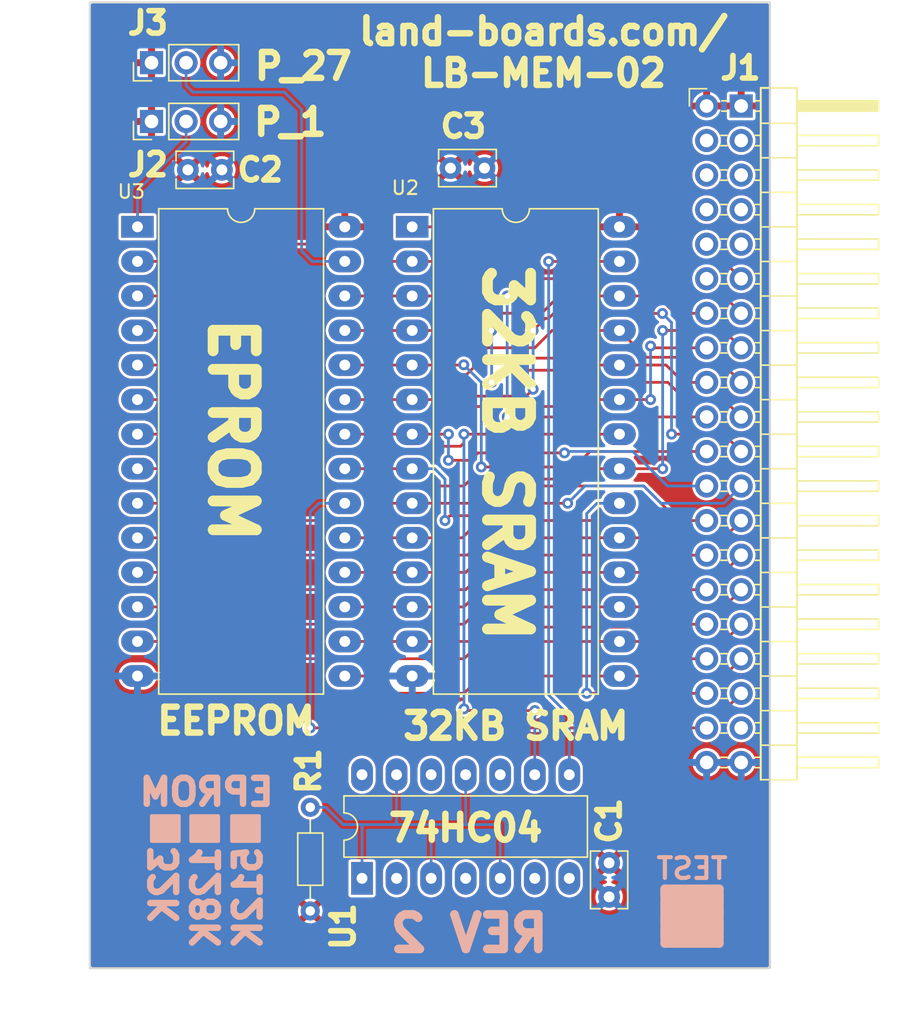
<source format=kicad_pcb>
(kicad_pcb (version 20221018) (generator pcbnew)
  (title_block (title "LB-MEM-02") (date "2022-10-06") (rev "2") (company "land-boards.com"))
  (layers (0 "F.Cu" signal) (31 "B.Cu" signal) (34 "B.Paste" user) (35 "F.Paste" user) (36 "B.SilkS" user "B.Silkscreen") (37 "F.SilkS" user "F.Silkscreen") (38 "B.Mask" user) (39 "F.Mask" user) (44 "Edge.Cuts" user))
  (net 0 "")
  (net 1 "GND")
  (net 2 "/CPUA11")
  (net 3 "/CPUA12")
  (net 4 "/CPUA13")
  (net 5 "/CPUA14")
  (net 6 "/CPUA15")
  (net 7 "/CPUD4")
  (net 8 "/CPUD3")
  (net 9 "/CPUD5")
  (net 10 "/CPUD6")
  (net 11 "/CPUA0")
  (net 12 "/CPUA1")
  (net 13 "/CPUD2")
  (net 14 "/CPUA2")
  (net 15 "/CPUD7")
  (net 16 "/CPUA3")
  (net 17 "/CPUD0")
  (net 18 "/CPUA4")
  (net 19 "/CPUD1")
  (net 20 "/CPUA5")
  (net 21 "/CPUA6")
  (net 22 "/CPUA7")
  (net 23 "/CPUA8")
  (net 24 "/CPUA9")
  (net 25 "/CPUA10")
  (net 26 "/CPUA18")
  (net 27 "/CPUA16")
  (net 28 "/CPUA17")
  (net 29 "/~{MEMRD}")
  (net 30 "/~{MEMWR}")
  (net 31 "/CPUA22")
  (net 32 "/CPUA23")
  (net 33 "/CPUA20")
  (net 34 "/CPUA21")
  (net 35 "/CPUA19")
  (net 36 "VCC")
  (net 37 "/~{IOCS}")
  (net 38 "/~{RAMCS}")
  (net 39 "/~{ROMCS}")
  (net 40 "/EE_PIN27")
  (net 41 "/EE_PIN1")
  (net 42 "Net-(R1-Pad2)")
  (footprint "Package_DIP:DIP-28_W15.24mm_LongPads" (layer "F.Cu") (at 155.702 63.5)
    (fp_text reference "U2" (at -0.508 -2.8702) (layer "F.SilkS"))
    (fp_text value "HM62256BLP")
    (pad "1" thru_hole rect (at 0 0) (size 2.4 1.6) (drill 0.8) (layers "*.Cu" "*.Mask") (net 5 "/CPUA14"))
    (pad "2" thru_hole oval (at 0 2.54) (size 2.4 1.6) (drill 0.8) (layers "*.Cu" "*.Mask") (net 3 "/CPUA12"))
    (pad "3" thru_hole oval (at 0 5.08) (size 2.4 1.6) (drill 0.8) (layers "*.Cu" "*.Mask") (net 22 "/CPUA7"))
    (pad "4" thru_hole oval (at 0 7.62) (size 2.4 1.6) (drill 0.8) (layers "*.Cu" "*.Mask") (net 21 "/CPUA6"))
    (pad "5" thru_hole oval (at 0 10.16) (size 2.4 1.6) (drill 0.8) (layers "*.Cu" "*.Mask") (net 20 "/CPUA5"))
    (pad "6" thru_hole oval (at 0 12.7) (size 2.4 1.6) (drill 0.8) (layers "*.Cu" "*.Mask") (net 18 "/CPUA4"))
    (pad "7" thru_hole oval (at 0 15.24) (size 2.4 1.6) (drill 0.8) (layers "*.Cu" "*.Mask") (net 16 "/CPUA3"))
    (pad "8" thru_hole oval (at 0 17.78) (size 2.4 1.6) (drill 0.8) (layers "*.Cu" "*.Mask") (net 14 "/CPUA2"))
    (pad "9" thru_hole oval (at 0 20.32) (size 2.4 1.6) (drill 0.8) (layers "*.Cu" "*.Mask") (net 12 "/CPUA1"))
    (pad "10" thru_hole oval (at 0 22.86) (size 2.4 1.6) (drill 0.8) (layers "*.Cu" "*.Mask") (net 11 "/CPUA0"))
    (pad "11" thru_hole oval (at 0 25.4) (size 2.4 1.6) (drill 0.8) (layers "*.Cu" "*.Mask") (net 17 "/CPUD0"))
    (pad "12" thru_hole oval (at 0 27.94) (size 2.4 1.6) (drill 0.8) (layers "*.Cu" "*.Mask") (net 19 "/CPUD1"))
    (pad "13" thru_hole oval (at 0 30.48) (size 2.4 1.6) (drill 0.8) (layers "*.Cu" "*.Mask") (net 13 "/CPUD2"))
    (pad "14" thru_hole oval (at 0 33.02) (size 2.4 1.6) (drill 0.8) (layers "*.Cu" "*.Mask") (net 1 "GND"))
    (pad "15" thru_hole oval (at 15.24 33.02) (size 2.4 1.6) (drill 0.8) (layers "*.Cu" "*.Mask") (net 8 "/CPUD3"))
    (pad "16" thru_hole oval (at 15.24 30.48) (size 2.4 1.6) (drill 0.8) (layers "*.Cu" "*.Mask") (net 7 "/CPUD4"))
    (pad "17" thru_hole oval (at 15.24 27.94) (size 2.4 1.6) (drill 0.8) (layers "*.Cu" "*.Mask") (net 9 "/CPUD5"))
    (pad "18" thru_hole oval (at 15.24 25.4) (size 2.4 1.6) (drill 0.8) (layers "*.Cu" "*.Mask") (net 10 "/CPUD6"))
    (pad "19" thru_hole oval (at 15.24 22.86) (size 2.4 1.6) (drill 0.8) (layers "*.Cu" "*.Mask") (net 15 "/CPUD7"))
    (pad "20" thru_hole oval (at 15.24 20.32) (size 2.4 1.6) (drill 0.8) (layers "*.Cu" "*.Mask") (net 38 "/~{RAMCS}"))
    (pad "21" thru_hole oval (at 15.24 17.78) (size 2.4 1.6) (drill 0.8) (layers "*.Cu" "*.Mask") (net 25 "/CPUA10"))
    (pad "22" thru_hole oval (at 15.24 15.24) (size 2.4 1.6) (drill 0.8) (layers "*.Cu" "*.Mask") (net 29 "/~{MEMRD}"))
    (pad "23" thru_hole oval (at 15.24 12.7) (size 2.4 1.6) (drill 0.8) (layers "*.Cu" "*.Mask") (net 2 "/CPUA11"))
    (pad "24" thru_hole oval (at 15.24 10.16) (size 2.4 1.6) (drill 0.8) (layers "*.Cu" "*.Mask") (net 24 "/CPUA9"))
    (pad "25" thru_hole oval (at 15.24 7.62) (size 2.4 1.6) (drill 0.8) (layers "*.Cu" "*.Mask") (net 23 "/CPUA8"))
    (pad "26" thru_hole oval (at 15.24 5.08) (size 2.4 1.6) (drill 0.8) (layers "*.Cu" "*.Mask") (net 4 "/CPUA13"))
    (pad "27" thru_hole oval (at 15.24 2.54) (size 2.4 1.6) (drill 0.8) (layers "*.Cu" "*.Mask") (net 30 "/~{MEMWR}"))
    (pad "28" thru_hole oval (at 15.24 0) (size 2.4 1.6) (drill 0.8) (layers "*.Cu" "*.Mask") (net 36 "VCC"))
  )
  (footprint "LandBoards_Conns:PinHeader_2x20_P2.54mm_Horizontal-FLIPPED" (layer "F.Cu") (at 177.35 54.615)
    (fp_text reference "J1" (at 2.482 -2.799) (layer "F.SilkS") (effects (font (size 1.651 1.651) (thickness 1.651))))
    (fp_text value "Conn_02x20_Odd_Even")
    (pad "1" thru_hole rect (at 2.54 0) (size 1.7 1.7) (drill 1) (layers "*.Cu" "*.Mask") (net 36 "VCC"))
    (pad "2" thru_hole oval (at 0 0) (size 1.7 1.7) (drill 1) (layers "*.Cu" "*.Mask") (net 36 "VCC"))
    (pad "3" thru_hole oval (at 2.54 2.54) (size 1.7 1.7) (drill 1) (layers "*.Cu" "*.Mask") (net 31 "/CPUA22"))
    (pad "4" thru_hole oval (at 0 2.54) (size 1.7 1.7) (drill 1) (layers "*.Cu" "*.Mask") (net 32 "/CPUA23"))
    (pad "5" thru_hole oval (at 2.54 5.08) (size 1.7 1.7) (drill 1) (layers "*.Cu" "*.Mask") (net 33 "/CPUA20"))
    (pad "6" thru_hole oval (at 0 5.08) (size 1.7 1.7) (drill 1) (layers "*.Cu" "*.Mask") (net 34 "/CPUA21"))
    (pad "7" thru_hole oval (at 2.54 7.62) (size 1.7 1.7) (drill 1) (layers "*.Cu" "*.Mask") (net 26 "/CPUA18"))
    (pad "8" thru_hole oval (at 0 7.62) (size 1.7 1.7) (drill 1) (layers "*.Cu" "*.Mask") (net 35 "/CPUA19"))
    (pad "9" thru_hole oval (at 2.54 10.16) (size 1.7 1.7) (drill 1) (layers "*.Cu" "*.Mask") (net 27 "/CPUA16"))
    (pad "10" thru_hole oval (at 0 10.16) (size 1.7 1.7) (drill 1) (layers "*.Cu" "*.Mask") (net 28 "/CPUA17"))
    (pad "11" thru_hole oval (at 2.54 12.7) (size 1.7 1.7) (drill 1) (layers "*.Cu" "*.Mask") (net 5 "/CPUA14"))
    (pad "12" thru_hole oval (at 0 12.7) (size 1.7 1.7) (drill 1) (layers "*.Cu" "*.Mask") (net 6 "/CPUA15"))
    (pad "13" thru_hole oval (at 2.54 15.24) (size 1.7 1.7) (drill 1) (layers "*.Cu" "*.Mask") (net 3 "/CPUA12"))
    (pad "14" thru_hole oval (at 0 15.24) (size 1.7 1.7) (drill 1) (layers "*.Cu" "*.Mask") (net 4 "/CPUA13"))
    (pad "15" thru_hole oval (at 2.54 17.78) (size 1.7 1.7) (drill 1) (layers "*.Cu" "*.Mask") (net 25 "/CPUA10"))
    (pad "16" thru_hole oval (at 0 17.78) (size 1.7 1.7) (drill 1) (layers "*.Cu" "*.Mask") (net 2 "/CPUA11"))
    (pad "17" thru_hole oval (at 2.54 20.32) (size 1.7 1.7) (drill 1) (layers "*.Cu" "*.Mask") (net 23 "/CPUA8"))
    (pad "18" thru_hole oval (at 0 20.32) (size 1.7 1.7) (drill 1) (layers "*.Cu" "*.Mask") (net 24 "/CPUA9"))
    (pad "19" thru_hole oval (at 2.54 22.86) (size 1.7 1.7) (drill 1) (layers "*.Cu" "*.Mask") (net 21 "/CPUA6"))
    (pad "20" thru_hole oval (at 0 22.86) (size 1.7 1.7) (drill 1) (layers "*.Cu" "*.Mask") (net 22 "/CPUA7"))
    (pad "21" thru_hole oval (at 2.54 25.4) (size 1.7 1.7) (drill 1) (layers "*.Cu" "*.Mask") (net 18 "/CPUA4"))
    (pad "22" thru_hole oval (at 0 25.4) (size 1.7 1.7) (drill 1) (layers "*.Cu" "*.Mask") (net 20 "/CPUA5"))
    (pad "23" thru_hole oval (at 2.54 27.94) (size 1.7 1.7) (drill 1) (layers "*.Cu" "*.Mask") (net 14 "/CPUA2"))
    (pad "24" thru_hole oval (at 0 27.94) (size 1.7 1.7) (drill 1) (layers "*.Cu" "*.Mask") (net 16 "/CPUA3"))
    (pad "25" thru_hole oval (at 2.54 30.48) (size 1.7 1.7) (drill 1) (layers "*.Cu" "*.Mask") (net 11 "/CPUA0"))
    (pad "26" thru_hole oval (at 0 30.48) (size 1.7 1.7) (drill 1) (layers "*.Cu" "*.Mask") (net 12 "/CPUA1"))
    (pad "27" thru_hole oval (at 2.54 33.02) (size 1.7 1.7) (drill 1) (layers "*.Cu" "*.Mask") (net 17 "/CPUD0"))
    (pad "28" thru_hole oval (at 0 33.02) (size 1.7 1.7) (drill 1) (layers "*.Cu" "*.Mask") (net 15 "/CPUD7"))
    (pad "29" thru_hole oval (at 2.54 35.56) (size 1.7 1.7) (drill 1) (layers "*.Cu" "*.Mask") (net 19 "/CPUD1"))
    (pad "30" thru_hole oval (at 0 35.56) (size 1.7 1.7) (drill 1) (layers "*.Cu" "*.Mask") (net 10 "/CPUD6"))
    (pad "31" thru_hole oval (at 2.54 38.1) (size 1.7 1.7) (drill 1) (layers "*.Cu" "*.Mask") (net 13 "/CPUD2"))
    (pad "32" thru_hole oval (at 0 38.1) (size 1.7 1.7) (drill 1) (layers "*.Cu" "*.Mask") (net 9 "/CPUD5"))
    (pad "33" thru_hole oval (at 2.54 40.64) (size 1.7 1.7) (drill 1) (layers "*.Cu" "*.Mask") (net 8 "/CPUD3"))
    (pad "34" thru_hole oval (at 0 40.64) (size 1.7 1.7) (drill 1) (layers "*.Cu" "*.Mask") (net 7 "/CPUD4"))
    (pad "35" thru_hole oval (at 2.54 43.18) (size 1.7 1.7) (drill 1) (layers "*.Cu" "*.Mask") (net 29 "/~{MEMRD}"))
    (pad "36" thru_hole oval (at 0 43.18) (size 1.7 1.7) (drill 1) (layers "*.Cu" "*.Mask") (net 38 "/~{RAMCS}"))
    (pad "37" thru_hole oval (at 2.54 45.72) (size 1.7 1.7) (drill 1) (layers "*.Cu" "*.Mask") (net 37 "/~{IOCS}"))
    (pad "38" thru_hole oval (at 0 45.72) (size 1.7 1.7) (drill 1) (layers "*.Cu" "*.Mask") (net 39 "/~{ROMCS}"))
    (pad "39" thru_hole oval (at 2.54 48.26) (size 1.7 1.7) (drill 1) (layers "*.Cu" "*.Mask") (net 1 "GND"))
    (pad "40" thru_hole oval (at 0 48.26) (size 1.7 1.7) (drill 1) (layers "*.Cu" "*.Mask") (net 1 "GND"))
  )
  (footprint "Package_DIP:DIP-14_W7.62mm_LongPads" (layer "F.Cu") (at 152.014 111.394 90)
    (fp_text reference "U1" (at -3.541 -1.392 90) (layer "F.SilkS") (effects (font (size 1.651 1.651) (thickness 1.651))))
    (fp_text value "74HC04")
    (pad "1" thru_hole rect (at 0 0 90) (size 2.4 1.6) (drill 0.8) (layers "*.Cu" "*.Mask") (net 42 "Net-(R1-Pad2)"))
    (pad "2" thru_hole oval (at 0 2.54 90) (size 2.4 1.6) (drill 0.8) (layers "*.Cu" "*.Mask"))
    (pad "3" thru_hole oval (at 0 5.08 90) (size 2.4 1.6) (drill 0.8) (layers "*.Cu" "*.Mask") (net 42 "Net-(R1-Pad2)"))
    (pad "4" thru_hole oval (at 0 7.62 90) (size 2.4 1.6) (drill 0.8) (layers "*.Cu" "*.Mask"))
    (pad "5" thru_hole oval (at 0 10.16 90) (size 2.4 1.6) (drill 0.8) (layers "*.Cu" "*.Mask") (net 42 "Net-(R1-Pad2)"))
    (pad "6" thru_hole oval (at 0 12.7 90) (size 2.4 1.6) (drill 0.8) (layers "*.Cu" "*.Mask"))
    (pad "7" thru_hole oval (at 0 15.24 90) (size 2.4 1.6) (drill 0.8) (layers "*.Cu" "*.Mask"))
    (pad "8" thru_hole oval (at 7.62 15.24 90) (size 2.4 1.6) (drill 0.8) (layers "*.Cu" "*.Mask") (net 30 "/~{MEMWR}"))
    (pad "9" thru_hole oval (at 7.62 12.7 90) (size 2.4 1.6) (drill 0.8) (layers "*.Cu" "*.Mask") (net 29 "/~{MEMRD}"))
    (pad "10" thru_hole oval (at 7.62 10.16 90) (size 2.4 1.6) (drill 0.8) (layers "*.Cu" "*.Mask"))
    (pad "11" thru_hole oval (at 7.62 7.62 90) (size 2.4 1.6) (drill 0.8) (layers "*.Cu" "*.Mask") (net 42 "Net-(R1-Pad2)"))
    (pad "12" thru_hole oval (at 7.62 5.08 90) (size 2.4 1.6) (drill 0.8) (layers "*.Cu" "*.Mask"))
    (pad "13" thru_hole oval (at 7.62 2.54 90) (size 2.4 1.6) (drill 0.8) (layers "*.Cu" "*.Mask") (net 42 "Net-(R1-Pad2)"))
    (pad "14" thru_hole oval (at 7.62 0 90) (size 2.4 1.6) (drill 0.8) (layers "*.Cu" "*.Mask"))
  )
  (footprint "Package_DIP:DIP-28_W15.24mm_LongPads" (layer "F.Cu") (at 135.506993 63.5)
    (fp_text reference "U3" (at -0.455193 -2.5908) (layer "F.SilkS"))
    (fp_text value "27C128")
    (pad "1" thru_hole rect (at 0 0) (size 2.4 1.6) (drill 0.8) (layers "*.Cu" "*.Mask") (net 41 "/EE_PIN1"))
    (pad "2" thru_hole oval (at 0 2.54) (size 2.4 1.6) (drill 0.8) (layers "*.Cu" "*.Mask") (net 3 "/CPUA12"))
    (pad "3" thru_hole oval (at 0 5.08) (size 2.4 1.6) (drill 0.8) (layers "*.Cu" "*.Mask") (net 22 "/CPUA7"))
    (pad "4" thru_hole oval (at 0 7.62) (size 2.4 1.6) (drill 0.8) (layers "*.Cu" "*.Mask") (net 21 "/CPUA6"))
    (pad "5" thru_hole oval (at 0 10.16) (size 2.4 1.6) (drill 0.8) (layers "*.Cu" "*.Mask") (net 20 "/CPUA5"))
    (pad "6" thru_hole oval (at 0 12.7) (size 2.4 1.6) (drill 0.8) (layers "*.Cu" "*.Mask") (net 18 "/CPUA4"))
    (pad "7" thru_hole oval (at 0 15.24) (size 2.4 1.6) (drill 0.8) (layers "*.Cu" "*.Mask") (net 16 "/CPUA3"))
    (pad "8" thru_hole oval (at 0 17.78) (size 2.4 1.6) (drill 0.8) (layers "*.Cu" "*.Mask") (net 14 "/CPUA2"))
    (pad "9" thru_hole oval (at 0 20.32) (size 2.4 1.6) (drill 0.8) (layers "*.Cu" "*.Mask") (net 12 "/CPUA1"))
    (pad "10" thru_hole oval (at 0 22.86) (size 2.4 1.6) (drill 0.8) (layers "*.Cu" "*.Mask") (net 11 "/CPUA0"))
    (pad "11" thru_hole oval (at 0 25.4) (size 2.4 1.6) (drill 0.8) (layers "*.Cu" "*.Mask") (net 17 "/CPUD0"))
    (pad "12" thru_hole oval (at 0 27.94) (size 2.4 1.6) (drill 0.8) (layers "*.Cu" "*.Mask") (net 19 "/CPUD1"))
    (pad "13" thru_hole oval (at 0 30.48) (size 2.4 1.6) (drill 0.8) (layers "*.Cu" "*.Mask") (net 13 "/CPUD2"))
    (pad "14" thru_hole oval (at 0 33.02) (size 2.4 1.6) (drill 0.8) (layers "*.Cu" "*.Mask") (net 1 "GND"))
    (pad "15" thru_hole oval (at 15.24 33.02) (size 2.4 1.6) (drill 0.8) (layers "*.Cu" "*.Mask") (net 8 "/CPUD3"))
    (pad "16" thru_hole oval (at 15.24 30.48) (size 2.4 1.6) (drill 0.8) (layers "*.Cu" "*.Mask") (net 7 "/CPUD4"))
    (pad "17" thru_hole oval (at 15.24 27.94) (size 2.4 1.6) (drill 0.8) (layers "*.Cu" "*.Mask") (net 9 "/CPUD5"))
    (pad "18" thru_hole oval (at 15.24 25.4) (size 2.4 1.6) (drill 0.8) (layers "*.Cu" "*.Mask") (net 10 "/CPUD6"))
    (pad "19" thru_hole oval (at 15.24 22.86) (size 2.4 1.6) (drill 0.8) (layers "*.Cu" "*.Mask") (net 15 "/CPUD7"))
    (pad "20" thru_hole oval (at 15.24 20.32) (size 2.4 1.6) (drill 0.8) (layers "*.Cu" "*.Mask") (net 39 "/~{ROMCS}"))
    (pad "21" thru_hole oval (at 15.24 17.78) (size 2.4 1.6) (drill 0.8) (layers "*.Cu" "*.Mask") (net 25 "/CPUA10"))
    (pad "22" thru_hole oval (at 15.24 15.24) (size 2.4 1.6) (drill 0.8) (layers "*.Cu" "*.Mask") (net 29 "/~{MEMRD}"))
    (pad "23" thru_hole oval (at 15.24 12.7) (size 2.4 1.6) (drill 0.8) (layers "*.Cu" "*.Mask") (net 2 "/CPUA11"))
    (pad "24" thru_hole oval (at 15.24 10.16) (size 2.4 1.6) (drill 0.8) (layers "*.Cu" "*.Mask") (net 24 "/CPUA9"))
    (pad "25" thru_hole oval (at 15.24 7.62) (size 2.4 1.6) (drill 0.8) (layers "*.Cu" "*.Mask") (net 23 "/CPUA8"))
    (pad "26" thru_hole oval (at 15.24 5.08) (size 2.4 1.6) (drill 0.8) (layers "*.Cu" "*.Mask") (net 4 "/CPUA13"))
    (pad "27" thru_hole oval (at 15.24 2.54) (size 2.4 1.6) (drill 0.8) (layers "*.Cu" "*.Mask") (net 40 "/EE_PIN27"))
    (pad "28" thru_hole oval (at 15.24 0) (size 2.4 1.6) (drill 0.8) (layers "*.Cu" "*.Mask") (net 36 "VCC"))
  )
  (footprint "LandBoards_Marking:TEST_BLK-REAR" (layer "F.Cu") (at 176.276 114.173)
    (fp_text reference "TEST" (at 0 -3.499993) (layer "B.SilkS") (effects (font (size 1.524 1.524) (thickness 0.3048)) (justify mirror)))
    (fp_text value "COUPON" hide)
  )
  (footprint "Capacitor_THT:C_Rect_L4.0mm_W2.5mm_P2.50mm" (layer "F.Cu") (at 170.18 112.75601 90)
    (fp_text reference "C1" (at 5.588 0 270) (layer "F.SilkS") (effects (font (size 1.651 1.651) (thickness 1.651))))
    (fp_text value "0.1uF")
    (pad "1" thru_hole circle (at 0 0 90) (size 1.6 1.6) (drill 0.8) (layers "*.Cu" "*.Mask") (net 1 "GND"))
    (pad "2" thru_hole circle (at 2.5 0 90) (size 1.6 1.6) (drill 0.8) (layers "*.Cu" "*.Mask") (net 36 "VCC"))
  )
  (footprint "Capacitor_THT:C_Rect_L4.0mm_W2.5mm_P2.50mm" (layer "F.Cu") (at 141.71201 59.309 180)
    (fp_text reference "C2" (at -2.814 0) (layer "F.SilkS") (effects (font (size 1.651 1.651) (thickness 1.651))))
    (fp_text value "0.1uF")
    (pad "1" thru_hole circle (at 0 0 180) (size 1.6 1.6) (drill 0.8) (layers "*.Cu" "*.Mask") (net 1 "GND"))
    (pad "2" thru_hole circle (at 2.5 0 180) (size 1.6 1.6) (drill 0.8) (layers "*.Cu" "*.Mask") (net 36 "VCC"))
  )
  (footprint "Connector_PinHeader_2.54mm:PinHeader_1x03_P2.54mm_Vertical" (layer "F.Cu") (at 136.540011 55.753 90)
    (fp_text reference "J2" (at -3.175 -0.269011 180) (layer "F.SilkS") (effects (font (size 1.651 1.651) (thickness 0.41275))))
    (fp_text value "JUMPER")
    (pad "1" thru_hole rect (at 0 0 90) (size 1.7 1.7) (drill 1) (layers "*.Cu" "*.Mask") (net 36 "VCC"))
    (pad "2" thru_hole oval (at 0 2.54 90) (size 1.7 1.7) (drill 1) (layers "*.Cu" "*.Mask") (net 41 "/EE_PIN1"))
    (pad "3" thru_hole oval (at 0 5.08 90) (size 1.7 1.7) (drill 1) (layers "*.Cu" "*.Mask") (net 1 "GND"))
  )
  (footprint "Connector_PinHeader_2.54mm:PinHeader_1x03_P2.54mm_Vertical" (layer "F.Cu") (at 136.54 51.435 90)
    (fp_text reference "J3" (at 2.921 -0.269 180) (layer "F.SilkS") (effects (font (size 1.651 1.651) (thickness 0.41275))))
    (fp_text value "JUMPER")
    (pad "1" thru_hole rect (at 0 0 90) (size 1.7 1.7) (drill 1) (layers "*.Cu" "*.Mask") (net 36 "VCC"))
    (pad "2" thru_hole oval (at 0 2.54 90) (size 1.7 1.7) (drill 1) (layers "*.Cu" "*.Mask") (net 40 "/EE_PIN27"))
    (pad "3" thru_hole oval (at 0 5.08 90) (size 1.7 1.7) (drill 1) (layers "*.Cu" "*.Mask") (net 1 "GND"))
  )
  (footprint "Resistor_THT:R_Axial_DIN0204_L3.6mm_D1.6mm_P7.62mm_Horizontal" (layer "F.Cu") (at 148.209 113.792 90)
    (fp_text reference "R1" (at 10.287 -0.127 270) (layer "F.SilkS") (effects (font (size 1.651 1.651) (thickness 1.651))))
    (fp_text value "2.7K")
    (pad "1" thru_hole circle (at 0 0 90) (size 1.4 1.4) (drill 0.7) (layers "*.Cu" "*.Mask") (net 36 "VCC"))
    (pad "2" thru_hole oval (at 7.62 0 90) (size 1.4 1.4) (drill 0.7) (layers "*.Cu" "*.Mask") (net 42 "Net-(R1-Pad2)"))
  )
  (footprint "Capacitor_THT:C_Rect_L4.0mm_W2.5mm_P2.50mm" (layer "F.Cu") (at 161.01601 59.182 180)
    (fp_text reference "C3" (at 1.55481 3.0734) (layer "F.SilkS") (effects (font (size 1.651 1.651) (thickness 1.651))))
    (fp_text value "0.1uF")
    (pad "1" thru_hole circle (at 0 0 180) (size 1.6 1.6) (drill 0.8) (layers "*.Cu" "*.Mask") (net 1 "GND"))
    (pad "2" thru_hole circle (at 2.5 0 180) (size 1.6 1.6) (drill 0.8) (layers "*.Cu" "*.Mask") (net 36 "VCC"))
  )
  (gr_rect (start 132 47) (end 182 118) (stroke (width 0.15)) (fill none) (layer "Edge.Cuts"))
  (gr_text "REV 2" (at 159.893 115.443) (layer "B.SilkS") (effects (font (size 2.54 2.54) (thickness 0.635)) (justify mirror)))
  (gr_text "EPROM" (at 140.589 105.0544) (layer "B.SilkS") (effects (font (size 1.905 1.905) (thickness 0.47625)) (justify mirror)))
  (gr_text "32K\n128K\n512K" (at 140.5636 108.8136 90) (layer "B.SilkS") (effects (font (size 1.905 1.905) (thickness 0.47625)) (justify left mirror)))
  (gr_text "land-boards.com/\nLB-MEM-02" (at 165.354 50.673) (layer "F.SilkS") (effects (font (size 1.905 1.905) (thickness 0.47625))))
  (gr_text "74HC04" (at 159.639 107.696) (layer "F.SilkS") (effects (font (size 1.905 1.905) (thickness 0.47625))))
  (gr_text "32KB SRAM" (at 162.6616 80.137 270) (layer "F.SilkS") (effects (font (size 3.175 3.175) (thickness 0.79375) bold)))
  (gr_text "EEPROM" (at 142.748 99.822) (layer "F.SilkS") (effects (font (size 1.905 1.905) (thickness 0.47625))))
  (gr_text "P_1" (at 146.7358 55.8038) (layer "F.SilkS") (effects (font (size 1.905 1.905) (thickness 0.47625))))
  (gr_text "EPROM" (at 142.494 78.4352 270) (layer "F.SilkS") (effects (font (size 3.175 3.175) (thickness 0.79375) bold)))
  (gr_text "32KB SRAM" (at 163.322 100.203) (layer "F.SilkS") (effects (font (size 1.905 1.905) (thickness 0.47625))))
  (gr_text "P_27" (at 147.701 51.689) (layer "F.SilkS") (effects (font (size 1.905 1.905) (thickness 0.47625))))
  (segment (start 135.507 96.52) (end 139.832 96.52) (width 0.2032) (layer "F.Cu") (net 1))
  (segment (start 141.102 95.25) (end 152.532 95.25) (width 0.2032) (layer "F.Cu") (net 1))
  (segment (start 139.832 96.52) (end 141.102 95.25) (width 0.2032) (layer "F.Cu") (net 1))
  (segment (start 153.802 96.52) (end 155.702 96.52) (width 0.2032) (layer "F.Cu") (net 1))
  (segment (start 152.532 95.25) (end 153.802 96.52) (width 0.2032) (layer "F.Cu") (net 1))
  (segment (start 173.36 72.395) (end 173.228 72.263) (width 0.2032) (layer "F.Cu") (net 2))
  (segment (start 153.802 77.47) (end 152.532 76.2) (width 0.2032) (layer "F.Cu") (net 2))
  (segment (start 159.517 77.47) (end 153.802 77.47) (width 0.2032) (layer "F.Cu") (net 2))
  (segment (start 152.532 76.2) (end 150.747 76.2) (width 0.2032) (layer "F.Cu") (net 2))
  (segment (start 160.279 76.708) (end 159.517 77.47) (width 0.2032) (layer "F.Cu") (net 2))
  (segment (start 170.942 76.2) (end 167.513 76.2) (width 0.2032) (layer "F.Cu") (net 2))
  (segment (start 167.513 76.2) (end 167.005 76.708) (width 0.2032) (layer "F.Cu") (net 2))
  (segment (start 167.005 76.708) (end 160.279 76.708) (width 0.2032) (layer "F.Cu") (net 2))
  (segment (start 173.228 76.2) (end 170.942 76.2) (width 0.2032) (layer "F.Cu") (net 2))
  (segment (start 177.35 72.395) (end 173.36 72.395) (width 0.2032) (layer "F.Cu") (net 2))
  (via (at 173.228 72.263) (size 0.8) (drill 0.4) (layers "F.Cu" "B.Cu") (net 2))
  (via (at 173.228 76.2) (size 0.8) (drill 0.4) (layers "F.Cu" "B.Cu") (net 2))
  (segment (start 173.228 72.263) (end 173.228 76.2) (width 0.2032) (layer "B.Cu") (net 2))
  (segment (start 159.639 66.04) (end 155.702 66.04) (width 0.2032) (layer "F.Cu") (net 3))
  (segment (start 152.532 64.77) (end 153.802 66.04) (width 0.2032) (layer "F.Cu") (net 3))
  (segment (start 179.89 69.855) (end 178.615 68.58) (width 0.2032) (layer "F.Cu") (net 3))
  (segment (start 139.832 66.04) (end 141.102 64.77) (width 0.2032) (layer "F.Cu") (net 3))
  (segment (start 174.117 67.437) (end 174.117 67.31) (width 0.2032) (layer "F.Cu") (net 3))
  (segment (start 135.507 66.04) (end 139.832 66.04) (width 0.2032) (layer "F.Cu") (net 3))
  (segment (start 160.909 67.31) (end 159.639 66.04) (width 0.2032) (layer "F.Cu") (net 3))
  (segment (start 174.117 67.31) (end 160.909 67.31) (width 0.2032) (layer "F.Cu") (net 3))
  (segment (start 141.102 64.77) (end 152.532 64.77) (width 0.2032) (layer "F.Cu") (net 3))
  (segment (start 175.26 68.58) (end 174.117 67.437) (width 0.2032) (layer "F.Cu") (net 3))
  (segment (start 178.615 68.58) (end 175.26 68.58) (width 0.2032) (layer "F.Cu") (net 3))
  (segment (start 153.802 66.04) (end 155.702 66.04) (width 0.2032) (layer "F.Cu") (net 3))
  (segment (start 150.747 68.58) (end 152.532 68.58) (width 0.2032) (layer "F.Cu") (net 4))
  (segment (start 170.942 68.58) (end 173.736 68.58) (width 0.2032) (layer "F.Cu") (net 4))
  (segment (start 177.35 69.855) (end 175.011 69.855) (width 0.2032) (layer "F.Cu") (net 4))
  (segment (start 152.532 68.58) (end 153.802 69.85) (width 0.2032) (layer "F.Cu") (net 4))
  (segment (start 165.227 69.85) (end 166.497 68.58) (width 0.2032) (layer "F.Cu") (net 4))
  (segment (start 175.011 69.855) (end 173.736 68.58) (width 0.2032) (layer "F.Cu") (net 4))
  (segment (start 153.802 69.85) (end 165.227 69.85) (width 0.2032) (layer "F.Cu") (net 4))
  (segment (start 166.497 68.58) (end 170.942 68.58) (width 0.2032) (layer "F.Cu") (net 4))
  (segment (start 175.006 66.04) (end 173.736 64.77) (width 0.2032) (layer "F.Cu") (net 5))
  (segment (start 178.615 66.04) (end 175.006 66.04) (width 0.2032) (layer "F.Cu") (net 5))
  (segment (start 160.909 64.77) (end 159.639 63.5) (width 0.2032) (layer "F.Cu") (net 5))
  (segment (start 159.639 63.5) (end 155.702 63.5) (width 0.2032) (layer "F.Cu") (net 5))
  (segment (start 173.736 64.77) (end 160.909 64.77) (width 0.2032) (layer "F.Cu") (net 5))
  (segment (start 179.89 67.315) (end 178.615 66.04) (width 0.2032) (layer "F.Cu") (net 5))
  (segment (start 173.355 94.107) (end 173.355 93.98) (width 0.2032) (layer "F.Cu") (net 7))
  (segment (start 150.747 93.98) (end 152.532 93.98) (width 0.2032) (layer "F.Cu") (net 7))
  (segment (start 177.35 95.255) (end 174.503 95.255) (width 0.2032) (layer "F.Cu") (net 7))
  (segment (start 152.532 93.98) (end 153.802 95.25) (width 0.2032) (layer "F.Cu") (net 7))
  (segment (start 160.787 93.98) (end 170.942 93.98) (width 0.2032) (layer "F.Cu") (net 7))
  (segment (start 170.942 93.98) (end 173.355 93.98) (width 0.2032) (layer "F.Cu") (net 7))
  (segment (start 174.503 95.255) (end 173.355 94.107) (width 0.2032) (layer "F.Cu") (net 7))
  (segment (start 153.802 95.25) (end 159.517 95.25) (width 0.2032) (layer "F.Cu") (net 7))
  (segment (start 159.517 95.25) (end 160.787 93.98) (width 0.2032) (layer "F.Cu") (net 7))
  (segment (start 152.532 96.52) (end 153.802 97.79) (width 0.2032) (layer "F.Cu") (net 8))
  (segment (start 159.517 97.79) (end 160.787 96.52) (width 0.2032) (layer "F.Cu") (net 8))
  (segment (start 160.787 96.52) (end 170.942 96.52) (width 0.2032) (layer "F.Cu") (net 8))
  (segment (start 178.625 96.52) (end 179.89 95.255) (width 0.2032) (layer "F.Cu") (net 8))
  (segment (start 153.802 97.79) (end 159.517 97.79) (width 0.2032) (layer "F.Cu") (net 8))
  (segment (start 170.942 96.52) (end 178.625 96.52) (width 0.2032) (layer "F.Cu") (net 8))
  (segment (start 150.747 96.52) (end 152.532 96.52) (width 0.2032) (layer "F.Cu") (net 8))
  (segment (start 160.787 91.44) (end 170.942 91.44) (width 0.2032) (layer "F.Cu") (net 9))
  (segment (start 174.63 92.715) (end 173.355 91.44) (width 0.2032) (layer "F.Cu") (net 9))
  (segment (start 152.532 91.44) (end 153.802 92.71) (width 0.2032) (layer "F.Cu") (net 9))
  (segment (start 153.802 92.71) (end 159.517 92.71) (width 0.2032) (layer "F.Cu") (net 9))
  (segment (start 177.35 92.715) (end 174.63 92.715) (width 0.2032) (layer "F.Cu") (net 9))
  (segment (start 159.517 92.71) (end 160.787 91.44) (width 0.2032) (layer "F.Cu") (net 9))
  (segment (start 150.747 91.44) (end 152.532 91.44) (width 0.2032) (layer "F.Cu") (net 9))
  (segment (start 170.942 91.44) (end 173.355 91.44) (width 0.2032) (layer "F.Cu") (net 9))
  (segment (start 174.376 90.175) (end 173.101 88.9) (width 0.2032) (layer "F.Cu") (net 10))
  (segment (start 160.909 88.9) (end 159.639 90.17) (width 0.2032) (layer "F.Cu") (net 10))
  (segment (start 170.942 88.9) (end 173.101 88.9) (width 0.2032) (layer "F.Cu") (net 10))
  (segment (start 170.942 88.9) (end 160.909 88.9) (width 0.2032) (layer "F.Cu") (net 10))
  (segment (start 177.35 90.175) (end 174.376 90.175) (width 0.2032) (layer "F.Cu") (net 10))
  (segment (start 152.527 88.9) (end 153.797 90.17) (width 0.2032) (layer "F.Cu") (net 10))
  (segment (start 150.747 88.9) (end 152.527 88.9) (width 0.2032) (layer "F.Cu") (net 10))
  (segment (start 153.797 90.17) (end 159.639 90.17) (width 0.2032) (layer "F.Cu") (net 10))
  (segment (start 173.355 85.09) (end 160.655 85.09) (width 0.2032) (layer "F.Cu") (net 11))
  (segment (start 153.802 86.36) (end 155.702 86.36) (width 0.2032) (layer "F.Cu") (net 11))
  (segment (start 152.532 85.09) (end 153.802 86.36) (width 0.2032) (layer "F.Cu") (net 11))
  (segment (start 178.625 86.36) (end 174.625 86.36) (width 0.2032) (layer "F.Cu") (net 11))
  (segment (start 174.625 86.36) (end 173.355 85.09) (width 0.2032) (layer "F.Cu") (net 11))
  (segment (start 141.102 85.09) (end 152.532 85.09) (width 0.2032) (layer "F.Cu") (net 11))
  (segment (start 159.385 86.36) (end 155.702 86.36) (width 0.2032) (layer "F.Cu") (net 11))
  (segment (start 179.89 85.095) (end 178.625 86.36) (width 0.2032) (layer "F.Cu") (net 11))
  (segment (start 135.507 86.36) (end 139.832 86.36) (width 0.2032) (layer "F.Cu") (net 11))
  (segment (start 160.655 85.09) (end 159.385 86.36) (width 0.2032) (layer "F.Cu") (net 11))
  (segment (start 139.832 86.36) (end 141.102 85.09) (width 0.2032) (layer "F.Cu") (net 11))
  (segment (start 177.35 85.095) (end 175.265 85.095) (width 0.2032) (layer "F.Cu") (net 12))
  (segment (start 175.265 85.095) (end 172.72 82.55) (width 0.2032) (layer "F.Cu") (net 12))
  (segment (start 155.702 83.82) (end 160.02 83.82) (width 0.2032) (layer "F.Cu") (net 12))
  (segment (start 141.102 82.55) (end 152.532 82.55) (width 0.2032) (layer "F.Cu") (net 12))
  (segment (start 139.832 83.82) (end 141.102 82.55) (width 0.2032) (layer "F.Cu") (net 12))
  (segment (start 153.802 83.82) (end 155.702 83.82) (width 0.2032) (layer "F.Cu") (net 12))
  (segment (start 161.29 82.55) (end 172.72 82.55) (width 0.2032) (layer "F.Cu") (net 12))
  (segment (start 160.02 83.82) (end 161.29 82.55) (width 0.2032) (layer "F.Cu") (net 12))
  (segment (start 152.532 82.55) (end 153.802 83.82) (width 0.2032) (layer "F.Cu") (net 12))
  (segment (start 135.507 83.82) (end 139.832 83.82) (width 0.2032) (layer "F.Cu") (net 12))
  (segment (start 155.702 93.98) (end 160.284784 93.98) (width 0.2032) (layer "F.Cu") (net 13))
  (segment (start 174.446022 93.98) (end 173.392511 92.926489) (width 0.2032) (layer "F.Cu") (net 13))
  (segment (start 161.338295 92.926489) (end 173.392511 92.926489) (width 0.2032) (layer "F.Cu") (net 13))
  (segment (start 152.532 92.71) (end 153.802 93.98) (width 0.2032) (layer "F.Cu") (net 13))
  (segment (start 141.102 92.71) (end 152.532 92.71) (width 0.2032) (layer "F.Cu") (net 13))
  (segment (start 178.625 93.98) (end 174.446022 93.98) (width 0.2032) (layer "F.Cu") (net 13))
  (segment (start 153.802 93.98) (end 155.702 93.98) (width 0.2032) (layer "F.Cu") (net 13))
  (segment (start 160.284784 93.98) (end 161.338295 92.926489) (width 0.2032) (layer "F.Cu") (net 13))
  (segment (start 139.832 93.98) (end 141.102 92.71) (width 0.2032) (layer "F.Cu") (net 13))
  (segment (start 178.625 93.98) (end 179.89 92.715) (width 0.2032) (layer "F.Cu") (net 13))
  (segment (start 135.507 93.98) (end 139.832 93.98) (width 0.2032) (layer "F.Cu") (net 13))
  (segment (start 141.102 80.01) (end 152.532 80.01) (width 0.2032) (layer "F.Cu") (net 14))
  (segment (start 135.507 81.28) (end 139.832 81.28) (width 0.2032) (layer "F.Cu") (net 14))
  (segment (start 152.532 80.01) (end 153.802 81.28) (width 0.2032) (layer "F.Cu") (net 14))
  (segment (start 153.802 81.28) (end 155.702 81.28) (width 0.2032) (layer "F.Cu") (net 14))
  (segment (start 160.909 83.82) (end 167.132 83.82) (width 0.2032) (layer "F.Cu") (net 14))
  (segment (start 160.909 83.82) (end 159.99412 84.73488) (width 0.2032) (layer "F.Cu") (net 14))
  (segment (start 158.47012 84.73488) (end 159.99412 84.73488) (width 0.2032) (layer "F.Cu") (net 14))
  (segment (start 158.115 85.09) (end 158.47012 84.73488) (width 0.2032) (layer "F.Cu") (net 14))
  (segment (start 139.832 81.28) (end 141.102 80.01) (width 0.2032) (layer "F.Cu") (net 14))
  (via (at 158.115 85.09) (size 0.8) (drill 0.4) (layers "F.Cu" "B.Cu") (net 14))
  (via (at 167.132 83.82) (size 0.8) (drill 0.4) (layers "F.Cu" "B.Cu") (net 14))
  (segment (start 168.402 82.55) (end 172.72 82.55) (width 0.2032) (layer "B.Cu") (net 14))
  (segment (start 172.72 82.55) (end 173.99 83.82) (width 0.2032) (layer "B.Cu") (net 14))
  (segment (start 155.702 81.28) (end 157.353 81.28) (width 0.2032) (layer "B.Cu") (net 14))
  (segment (start 173.99 83.82) (end 178.625 83.82) (width 0.2032) (layer "B.Cu") (net 14))
  (segment (start 178.625 83.82) (end 179.89 82.555) (width 0.2032) (layer "B.Cu") (net 14))
  (segment (start 167.132 83.82) (end 168.402 82.55) (width 0.2032) (layer "B.Cu") (net 14))
  (segment (start 158.115 82.042) (end 158.115 85.09) (width 0.2032) (layer "B.Cu") (net 14))
  (segment (start 157.353 81.28) (end 158.115 82.042) (width 0.2032) (layer "B.Cu") (net 14))
  (segment (start 150.747 86.36) (end 152.532 86.36) (width 0.2032) (layer "F.Cu") (net 15))
  (segment (start 174.249 87.635) (end 172.974 86.36) (width 0.2032) (layer "F.Cu") (net 15))
  (segment (start 152.532 86.36) (end 153.802 87.63) (width 0.2032) (layer "F.Cu") (net 15))
  (segment (start 161.036 86.36) (end 159.766 87.63) (width 0.2032) (layer "F.Cu") (net 15))
  (segment (start 153.802 87.63) (end 159.766 87.63) (width 0.2032) (layer "F.Cu") (net 15))
  (segment (start 170.942 86.36) (end 172.974 86.36) (width 0.2032) (layer "F.Cu") (net 15))
  (segment (start 170.942 86.36) (end 161.036 86.36) (width 0.2032) (layer "F.Cu") (net 15))
  (segment (start 177.35 87.635) (end 174.249 87.635) (width 0.2032) (layer "F.Cu") (net 15))
  (segment (start 139.832 78.74) (end 141.102 77.47) (width 0.2032) (layer "F.Cu") (net 16))
  (segment (start 153.802 78.74) (end 155.702 78.74) (width 0.2032) (layer "F.Cu") (net 16))
  (segment (start 160.0015 80.6635) (end 158.369 80.6635) (width 0.2032) (layer "F.Cu") (net 16))
  (segment (start 135.507 78.74) (end 139.832 78.74) (width 0.2032) (layer "F.Cu") (net 16))
  (segment (start 141.102 77.47) (end 152.532 77.47) (width 0.2032) (layer "F.Cu") (net 16))
  (segment (start 166.8965 80.1185) (end 160.5465 80.1185) (width 0.2032) (layer "F.Cu") (net 16))
  (segment (start 155.702 78.74) (end 158.369 78.74) (width 0.2032) (layer "F.Cu") (net 16))
  (segment (start 160.5465 80.1185) (end 160.0015 80.6635) (width 0.2032) (layer "F.Cu") (net 16))
  (segment (start 152.532 77.47) (end 153.802 78.74) (width 0.2032) (layer "F.Cu") (net 16))
  (via (at 158.369 80.6635) (size 0.8) (drill 0.4) (layers "F.Cu" "B.Cu") (net 16))
  (via (at 166.8965 80.1185) (size 0.8) (drill 0.4) (layers "F.Cu" "B.Cu") (net 16))
  (via (at 158.369 78.74) (size 0.8) (drill 0.4) (layers "F.Cu" "B.Cu") (net 16))
  (segment (start 167.005 80.01) (end 166.8965 80.1185) (width 0.2032) (layer "B.Cu") (net 16))
  (segment (start 174.467795 82.555) (end 171.922795 80.01) (width 0.2032) (layer "B.Cu") (net 16))
  (segment (start 177.35 82.555) (end 174.467795 82.555) (width 0.2032) (layer "B.Cu") (net 16))
  (segment (start 167.005 80.01) (end 171.922795 80.01) (width 0.2032) (layer "B.Cu") (net 16))
  (segment (start 158.369 78.74) (end 158.369 80.6635) (width 0.2032) (layer "B.Cu") (net 16))
  (segment (start 160.909 87.63) (end 173.101 87.63) (width 0.2032) (layer "F.Cu") (net 17))
  (segment (start 152.532 87.63) (end 153.802 88.9) (width 0.2032) (layer "F.Cu") (net 17))
  (segment (start 139.832 88.9) (end 141.102 87.63) (width 0.2032) (layer "F.Cu") (net 17))
  (segment (start 153.802 88.9) (end 155.702 88.9) (width 0.2032) (layer "F.Cu") (net 17))
  (segment (start 174.371 88.9) (end 178.625 88.9) (width 0.2032) (layer "F.Cu") (net 17))
  (segment (start 173.101 87.63) (end 174.371 88.9) (width 0.2032) (layer "F.Cu") (net 17))
  (segment (start 135.507 88.9) (end 139.832 88.9) (width 0.2032) (layer "F.Cu") (net 17))
  (segment (start 141.102 87.63) (end 152.532 87.63) (width 0.2032) (layer "F.Cu") (net 17))
  (segment (start 159.639 88.9) (end 160.909 87.63) (width 0.2032) (layer "F.Cu") (net 17))
  (segment (start 155.702 88.9) (end 159.639 88.9) (width 0.2032) (layer "F.Cu") (net 17))
  (segment (start 178.625 88.9) (end 179.89 87.635) (width 0.2032) (layer "F.Cu") (net 17))
  (segment (start 139.832 76.2) (end 141.102 74.93) (width 0.2032) (layer "F.Cu") (net 18))
  (segment (start 159.766 75.946) (end 164.084 75.946) (width 0.2032) (layer "F.Cu") (net 18))
  (segment (start 153.802 76.2) (end 155.702 76.2) (width 0.2032) (layer "F.Cu") (net 18))
  (segment (start 166.098405 69.867595) (end 174.099405 69.867595) (width 0.2032) (layer "F.Cu") (net 18))
  (segment (start 155.702 76.2) (end 159.512 76.2) (width 0.2032) (layer "F.Cu") (net 18))
  (segment (start 165.735 70.231) (end 165.481 70.231) (width 0.2032) (layer "F.Cu") (net 18))
  (segment (start 174.7705 78.74) (end 178.615 78.74) (width 0.2032) (layer "F.Cu") (net 18))
  (segment (start 179.89 80.015) (end 178.615 78.74) (width 0.2032) (layer "F.Cu") (net 18))
  (segment (start 141.102 74.93) (end 152.532 74.93) (width 0.2032) (layer "F.Cu") (net 18))
  (segment (start 135.507 76.2) (end 139.832 76.2) (width 0.2032) (layer "F.Cu") (net 18))
  (segment (start 159.512 76.2) (end 159.766 75.946) (width 0.2032) (layer "F.Cu") (net 18))
  (segment (start 164.084 75.946) (end 164.592 75.438) (width 0.2032) (layer "F.Cu") (net 18))
  (segment (start 152.532 74.93) (end 153.802 76.2) (width 0.2032) (layer "F.Cu") (net 18))
  (segment (start 166.098405 69.867595) (end 165.735 70.231) (width 0.2032) (layer "F.Cu") (net 18))
  (segment (start 165.481 70.231) (end 164.592 71.12) (width 0.2032) (layer "F.Cu") (net 18))
  (via (at 174.099405 69.867595) (size 0.8) (drill 0.4) (layers "F.Cu" "B.Cu") (net 18))
  (via (at 174.7705 78.74) (size 0.8) (drill 0.4) (layers "F.Cu" "B.Cu") (net 18))
  (via (at 164.592 75.438) (size 0.8) (drill 0.4) (layers "F.Cu" "B.Cu") (net 18))
  (via (at 164.592 71.12) (size 0.8) (drill 0.4) (layers "F.Cu" "B.Cu") (net 18))
  (segment (start 164.592 71.12) (end 164.592 75.438) (width 0.2032) (layer "B.Cu") (net 18))
  (segment (start 174.7705 70.53869) (end 174.099405 69.867595) (width 0.2032) (layer "B.Cu") (net 18))
  (segment (start 174.7705 78.74) (end 174.7705 70.53869) (width 0.2032) (layer "B.Cu") (net 18))
  (segment (start 178.625 91.44) (end 179.89 90.175) (width 0.2032) (layer "F.Cu") (net 19))
  (segment (start 153.802 91.44) (end 155.702 91.44) (width 0.2032) (layer "F.Cu") (net 19))
  (segment (start 139.832 91.44) (end 141.102 90.17) (width 0.2032) (layer "F.Cu") (net 19))
  (segment (start 174.752 91.44) (end 178.625 91.44) (width 0.2032) (layer "F.Cu") (net 19))
  (segment (start 159.512 91.44) (end 160.782 90.17) (width 0.2032) (layer "F.Cu") (net 19))
  (segment (start 152.532 90.17) (end 153.802 91.44) (width 0.2032) (layer "F.Cu") (net 19))
  (segment (start 160.782 90.17) (end 173.482 90.17) (width 0.2032) (layer "F.Cu") (net 19))
  (segment (start 155.702 91.44) (end 159.512 91.44) (width 0.2032) (layer "F.Cu") (net 19))
  (segment (start 135.507 91.44) (end 139.832 91.44) (width 0.2032) (layer "F.Cu") (net 19))
  (segment (start 173.482 90.17) (end 174.752 91.44) (width 0.2032) (layer "F.Cu") (net 19))
  (segment (start 141.102 90.17) (end 152.532 90.17) (width 0.2032) (layer "F.Cu") (net 19))
  (segment (start 139.832 73.66) (end 141.102 72.39) (width 0.2032) (layer "F.Cu") (net 20))
  (segment (start 153.802 73.66) (end 155.702 73.66) (width 0.2032) (layer "F.Cu") (net 20))
  (segment (start 168.778 80.015) (end 167.64 81.153) (width 0.2032) (layer "F.Cu") (net 20))
  (segment (start 152.532 72.39) (end 153.802 73.66) (width 0.2032) (layer "F.Cu") (net 20))
  (segment (start 177.35 80.015) (end 168.778 80.015) (width 0.2032) (layer "F.Cu") (net 20))
  (segment (start 135.507 73.66) (end 139.832 73.66) (width 0.2032) (layer "F.Cu") (net 20))
  (segment (start 159.494405 73.642405) (end 159.47681 73.66) (width 0.2032) (layer "F.Cu") (net 20))
  (segment (start 141.102 72.39) (end 152.532 72.39) (width 0.2032) (layer "F.Cu") (net 20))
  (segment (start 160.782 81.153) (end 167.64 81.153) (width 0.2032) (layer "F.Cu") (net 20))
  (segment (start 159.47681 73.66) (end 155.702 73.66) (width 0.2032) (layer "F.Cu") (net 20))
  (via (at 159.494405 73.642405) (size 0.8) (drill 0.4) (layers "F.Cu" "B.Cu") (net 20))
  (via (at 160.782 81.153) (size 0.8) (drill 0.4) (layers "F.Cu" "B.Cu") (net 20))
  (segment (start 160.782 81.153) (end 160.782 74.93) (width 0.2032) (layer "B.Cu") (net 20))
  (segment (start 160.782 74.93) (end 159.494405 73.642405) (width 0.2032) (layer "B.Cu") (net 20))
  (segment (start 178.615 76.2) (end 179.89 77.475) (width 0.2032) (layer "F.Cu") (net 21))
  (segment (start 167.767 74.93) (end 174.498 74.93) (width 0.2032) (layer "F.Cu") (net 21))
  (segment (start 162.433 74.041) (end 166.878 74.041) (width 0.2032) (layer "F.Cu") (net 21))
  (segment (start 174.498 74.93) (end 175.768 76.2) (width 0.2032) (layer "F.Cu") (net 21))
  (segment (start 141.102 69.85) (end 152.532 69.85) (width 0.2032) (layer "F.Cu") (net 21))
  (segment (start 135.507 71.12) (end 139.832 71.12) (width 0.2032) (layer "F.Cu") (net 21))
  (segment (start 153.802 71.12) (end 161.544 71.12) (width 0.2032) (layer "F.Cu") (net 21))
  (segment (start 161.544 74.93) (end 162.433 74.041) (width 0.2032) (layer "F.Cu") (net 21))
  (segment (start 152.532 69.85) (end 153.802 71.12) (width 0.2032) (layer "F.Cu") (net 21))
  (segment (start 139.832 71.12) (end 141.102 69.85) (width 0.2032) (layer "F.Cu") (net 21))
  (segment (start 175.768 76.2) (end 178.615 76.2) (width 0.2032) (layer "F.Cu") (net 21))
  (segment (start 166.878 74.041) (end 167.767 74.93) (width 0.2032) (layer "F.Cu") (net 21))
  (via (at 161.544 71.12) (size 0.8) (drill 0.4) (layers "F.Cu" "B.Cu") (net 21))
  (via (at 161.544 74.93) (size 0.8) (drill 0.4) (layers "F.Cu" "B.Cu") (net 21))
  (segment (start 161.544 74.93) (end 161.544 71.12) (width 0.2032) (layer "B.Cu") (net 21))
  (segment (start 162.692 77.475) (end 162.687 77.47) (width 0.2032) (layer "F.Cu") (net 22))
  (segment (start 139.832 68.58) (end 141.102 67.31) (width 0.2032) (layer "F.Cu") (net 22))
  (segment (start 155.702 68.58) (end 162.687 68.58) (width 0.2032) (layer "F.Cu") (net 22))
  (segment (start 153.802 68.58) (end 155.702 68.58) (width 0.2032) (layer "F.Cu") (net 22))
  (segment (start 141.102 67.31) (end 152.532 67.31) (width 0.2032) (layer "F.Cu") (net 22))
  (segment (start 135.507 68.58) (end 139.832 68.58) (width 0.2032) (layer "F.Cu") (net 22))
  (segment (start 152.532 67.31) (end 153.802 68.58) (width 0.2032) (layer "F.Cu") (net 22))
  (segment (start 177.35 77.475) (end 162.692 77.475) (width 0.2032) (layer "F.Cu") (net 22))
  (via (at 162.687 77.47) (size 0.8) (drill 0.4) (layers "F.Cu" "B.Cu") (net 22))
  (via (at 162.687 68.58) (size 0.8) (drill 0.4) (layers "F.Cu" "B.Cu") (net 22))
  (segment (start 162.687 68.58) (end 162.687 77.47) (width 0.2032) (layer "B.Cu") (net 22))
  (segment (start 175.5775 73.0885) (end 176.149 73.66) (width 0.2032) (layer "F.Cu") (net 23))
  (segment (start 150.747 71.12) (end 152.532 71.12) (width 0.2032) (layer "F.Cu") (net 23))
  (segment (start 165.989 71.12) (end 170.942 71.12) (width 0.2032) (layer "F.Cu") (net 23))
  (segment (start 172.9105 73.0885) (end 175.5775 73.0885) (width 0.2032) (layer "F.Cu") (net 23))
  (segment (start 164.719 72.39) (end 165.989 71.12) (width 0.2032) (layer "F.Cu") (net 23))
  (segment (start 178.615 73.66) (end 179.89 74.935) (width 0.2032) (layer "F.Cu") (net 23))
  (segment (start 153.802 72.39) (end 164.719 72.39) (width 0.2032) (layer "F.Cu") (net 23))
  (segment (start 170.942 71.12) (end 172.9105 73.0885) (width 0.2032) (layer "F.Cu") (net 23))
  (segment (start 152.532 71.12) (end 153.802 72.39) (width 0.2032) (layer "F.Cu") (net 23))
  (segment (start 176.149 73.66) (end 178.615 73.66) (width 0.2032) (layer "F.Cu") (net 23))
  (segment (start 160.909 73.152) (end 168.148 73.152) (width 0.2032) (layer "F.Cu") (net 24))
  (segment (start 170.942 73.66) (end 174.371 73.66) (width 0.2032) (layer "F.Cu") (net 24))
  (segment (start 159.131 74.93) (end 160.909 73.152) (width 0.2032) (layer "F.Cu") (net 24))
  (segment (start 153.802 74.93) (end 159.131 74.93) (width 0.2032) (layer "F.Cu") (net 24))
  (segment (start 168.656 73.66) (end 170.942 73.66) (width 0.2032) (layer "F.Cu") (net 24))
  (segment (start 150.747 73.66) (end 152.532 73.66) (width 0.2032) (layer "F.Cu") (net 24))
  (segment (start 152.532 73.66) (end 153.802 74.93) (width 0.2032) (layer "F.Cu") (net 24))
  (segment (start 174.371 73.66) (end 175.646 74.935) (width 0.2032) (layer "F.Cu") (net 24))
  (segment (start 168.148 73.152) (end 168.656 73.66) (width 0.2032) (layer "F.Cu") (net 24))
  (segment (start 175.646 74.935) (end 177.35 74.935) (width 0.2032) (layer "F.Cu") (net 24))
  (segment (start 169.291 81.28) (end 168.529 82.042) (width 0.2032) (layer "F.Cu") (net 25))
  (segment (start 159.512 82.55) (end 153.797 82.55) (width 0.2032) (layer "F.Cu") (net 25))
  (segment (start 174.117 81.28) (end 170.942 81.28) (width 0.2032) (layer "F.Cu") (net 25))
  (segment (start 152.527 81.28) (end 150.747 81.28) (width 0.2032) (layer "F.Cu") (net 25))
  (segment (start 160.02 82.042) (end 159.512 82.55) (width 0.2032) (layer "F.Cu") (net 25))
  (segment (start 179.89 72.395) (end 178.615 71.12) (width 0.2032) (layer "F.Cu") (net 25))
  (segment (start 178.615 71.12) (end 174.117 71.12) (width 0.2032) (layer "F.Cu") (net 25))
  (segment (start 168.529 82.042) (end 160.02 82.042) (width 0.2032) (layer "F.Cu") (net 25))
  (segment (start 170.942 81.28) (end 169.291 81.28) (width 0.2032) (layer "F.Cu") (net 25))
  (segment (start 153.797 82.55) (end 152.527 81.28) (width 0.2032) (layer "F.Cu") (net 25))
  (via (at 174.117 71.12) (size 0.8) (drill 0.4) (layers "F.Cu" "B.Cu") (net 25))
  (via (at 174.117 81.28) (size 0.8) (drill 0.4) (layers "F.Cu" "B.Cu") (net 25))
  (segment (start 174.117 71.12) (end 174.117 81.28) (width 0.2032) (layer "B.Cu") (net 25))
  (segment (start 159.508425 79.378575) (end 159.508425 78.74) (width 0.2032) (layer "F.Cu") (net 29))
  (segment (start 159.63185 99.06) (end 159.508425 98.936575) (width 0.2032) (layer "F.Cu") (net 29))
  (segment (start 152.532 78.74) (end 153.802 80.01) (width 0.2032) (layer "F.Cu") (net 29))
  (segment (start 150.747 78.74) (end 152.532 78.74) (width 0.2032) (layer "F.Cu") (net 29))
  (segment (start 164.719 99.06) (end 178.625 99.06) (width 0.2032) (layer "F.Cu") (net 29))
  (segment (start 157.099 80.01) (end 157.48 79.629) (width 0.2032) (layer "F.Cu") (net 29))
  (segment (start 159.258 79.629) (end 159.508425 79.378575) (width 0.2032) (layer "F.Cu") (net 29))
  (segment (start 157.48 79.629) (end 159.258 79.629) (width 0.2032) (layer "F.Cu") (net 29))
  (segment (start 164.719 99.06) (end 159.63185 99.06) (width 0.2032) (layer "F.Cu") (net 29))
  (segment (start 153.802 80.01) (end 157.099 80.01) (width 0.2032) (layer "F.Cu") (net 29))
  (segment (start 179.89 97.795) (end 178.625 99.06) (width 0.2032) (layer "F.Cu") (net 29))
  (segment (start 170.942 78.74) (end 159.508425 78.74) (width 0.2032) (layer "F.Cu") (net 29))
  (via (at 159.508425 78.74) (size 0.8) (drill 0.4) (layers "F.Cu" "B.Cu") (net 29))
  (via (at 164.719 99.06) (size 0.8) (drill 0.4) (layers "F.Cu" "B.Cu") (net 29))
  (via (at 159.508425 98.936575) (size 0.8) (drill 0.4) (layers "F.Cu" "B.Cu") (net 29))
  (segment (start 164.714 99.065) (end 164.719 99.06) (width 0.2032) (layer "B.Cu") (net 29))
  (segment (start 159.508425 98.936575) (end 159.508425 78.74) (width 0.2032) (layer "B.Cu") (net 29))
  (segment (start 164.714 103.774) (end 164.714 99.065) (width 0.2032) (layer "B.Cu") (net 29))
  (segment (start 165.735 66.04) (end 170.942 66.04) (width 0.2032) (layer "F.Cu") (net 30))
  (via (at 165.735 66.04) (size 0.8) (drill 0.4) (layers "F.Cu" "B.Cu") (net 30))
  (segment (start 165.735 97.917) (end 167.254 99.436) (width 0.2032) (layer "B.Cu") (net 30))
  (segment (start 167.254 99.436) (end 167.254 103.774) (width 0.2032) (layer "B.Cu") (net 30))
  (segment (start 165.735 66.04) (end 165.735 97.917) (width 0.2032) (layer "B.Cu") (net 30))
  (segment (start 168.534 97.795) (end 168.529 97.79) (width 0.2032) (layer "F.Cu") (net 38))
  (segment (start 177.35 97.795) (end 168.534 97.795) (width 0.2032) (layer "F.Cu") (net 38))
  (via (at 168.529 97.79) (size 0.8) (drill 0.4) (layers "F.Cu" "B.Cu") (net 38))
  (segment (start 168.529 97.79) (end 168.529 84.582) (width 0.2032) (layer "B.Cu") (net 38))
  (segment (start 168.529 84.582) (end 169.291 83.82) (width 0.2032) (layer "B.Cu") (net 38))
  (segment (start 169.291 83.82) (end 170.942 83.82) (width 0.2032) (layer "B.Cu") (net 38))
  (segment (start 177.35 100.335) (end 148.214 100.335) (width 0.2032) (layer "F.Cu") (net 39))
  (segment (start 148.214 100.335) (end 148.209 100.33) (width 0.2032) (layer "F.Cu") (net 39))
  (via (at 148.209 100.33) (size 0.8) (drill 0.4) (layers "F.Cu" "B.Cu") (net 39))
  (segment (start 148.209 100.33) (end 148.209 84.455) (width 0.2032) (layer "B.Cu") (net 39))
  (segment (start 148.209 84.455) (end 148.844 83.82) (width 0.2032) (layer "B.Cu") (net 39))
  (segment (start 148.844 83.82) (end 150.747 83.82) (width 0.2032) (layer "B.Cu") (net 39))
  (segment (start 147.574 54.864) (end 147.574 65.278) (width 0.2032) (layer "B.Cu") (net 40))
  (segment (start 139.08 51.435) (end 139.08 53.101) (width 0.2032) (layer "B.Cu") (net 40))
  (segment (start 139.573 53.594) (end 146.304 53.594) (width 0.2032) (layer "B.Cu") (net 40))
  (segment (start 146.304 53.594) (end 147.574 54.864) (width 0.2032) (layer "B.Cu") (net 40))
  (segment (start 139.08 53.101) (end 139.573 53.594) (width 0.2032) (layer "B.Cu") (net 40))
  (segment (start 148.336 66.04) (end 150.746993 66.04) (width 0.2032) (layer "B.Cu") (net 40))
  (segment (start 147.574 65.278) (end 148.336 66.04) (width 0.2032) (layer "B.Cu") (net 40))
  (segment (start 139.08 57.262) (end 139.08 55.753) (width 0.2032) (layer "B.Cu") (net 41))
  (segment (start 135.507 60.835) (end 139.08 57.262) (width 0.2032) (layer "B.Cu") (net 41))
  (segment (start 135.507 63.5) (end 135.507 60.835) (width 0.2032) (layer "B.Cu") (net 41))
  (segment (start 156.972 107.442) (end 159.512 107.442) (width 0.2032) (layer "B.Cu") (net 42))
  (segment (start 154.559 107.442) (end 156.972 107.442) (width 0.2032) (layer "B.Cu") (net 42))
  (segment (start 152.014 111.394) (end 152.014 107.447) (width 0.2032) (layer "B.Cu") (net 42))
  (segment (start 152.014 107.447) (end 152.019 107.442) (width 0.2032) (layer "B.Cu") (net 42))
  (segment (start 159.512 107.442) (end 162.179 107.442) (width 0.2032) (layer "B.Cu") (net 42))
  (segment (start 148.209 106.172) (end 149.352 106.172) (width 0.2032) (layer "B.Cu") (net 42))
  (segment (start 159.634 103.774) (end 159.634 107.32) (width 0.2032) (layer "B.Cu") (net 42))
  (segment (start 150.622 107.442) (end 152.019 107.442) (width 0.2032) (layer "B.Cu") (net 42))
  (segment (start 159.634 107.32) (end 159.512 107.442) (width 0.2032) (layer "B.Cu") (net 42))
  (segment (start 149.352 106.172) (end 150.622 107.442) (width 0.2032) (layer "B.Cu") (net 42))
  (segment (start 162.179 107.442) (end 162.174 107.447) (width 0.2032) (layer "B.Cu") (net 42))
  (segment (start 162.174 107.447) (end 162.174 111.394) (width 0.2032) (layer "B.Cu") (net 42))
  (segment (start 157.094 107.564) (end 156.972 107.442) (width 0.2032) (layer "B.Cu") (net 42))
  (segment (start 152.019 107.442) (end 154.559 107.442) (width 0.2032) (layer "B.Cu") (net 42))
  (segment (start 154.554 107.437) (end 154.559 107.442) (width 0.2032) (layer "B.Cu") (net 42))
  (segment (start 157.094 111.394) (end 157.094 107.564) (width 0.2032) (layer "B.Cu") (net 42))
  (segment (start 154.554 103.774) (end 154.554 107.437) (width 0.2032) (layer "B.Cu") (net 42))
  (zone (net 36) (net_name "VCC") (layer "F.Cu") (connect_pads (clearance 0.2032)) (min_thickness 0.254) (fill yes (thermal_gap 0.508) (thermal_bridge_width 0.508))
    (polygon (pts (xy 182.245 118.11) (xy 132.08 118.11) (xy 132.08 46.99) (xy 182.245 46.99)))
  )
  (zone (net 1) (net_name "GND") (layer "B.Cu") (connect_pads (clearance 0.2032)) (min_thickness 0.254) (fill yes (thermal_gap 0.508) (thermal_bridge_width 0.508))
    (polygon (pts (xy 182.245 118.11) (xy 132.08 118.11) (xy 132.08 46.99) (xy 182.245 46.99)))
  )
  (zone (net 0) (net_name "") (layer "B.SilkS") (connect_pads (clearance 0.2032)) (min_thickness 0.254) (fill yes (thermal_gap 0.508) (thermal_bridge_width 0.508))
    (polygon (pts (xy 138.684 106.68) (xy 138.684 108.7882) (xy 136.4234 108.7882) (xy 136.4234 106.68)))
  )
  (zone (net 0) (net_name "") (layer "B.SilkS") (connect_pads (clearance 0.2032)) (min_thickness 0.254) (fill yes (thermal_gap 0.508) (thermal_bridge_width 0.508))
    (polygon (pts (xy 141.5796 106.68) (xy 141.5796 108.7882) (xy 139.319 108.7882) (xy 139.319 106.68)))
  )
  (zone (net 0) (net_name "") (layer "B.SilkS") (connect_pads (clearance 0.2032)) (min_thickness 0.254) (fill yes (thermal_gap 0.508) (thermal_bridge_width 0.508))
    (polygon (pts (xy 144.5768 106.68) (xy 144.5768 108.7882) (xy 142.3162 108.7882) (xy 142.3162 106.68)))
  )
)
</source>
